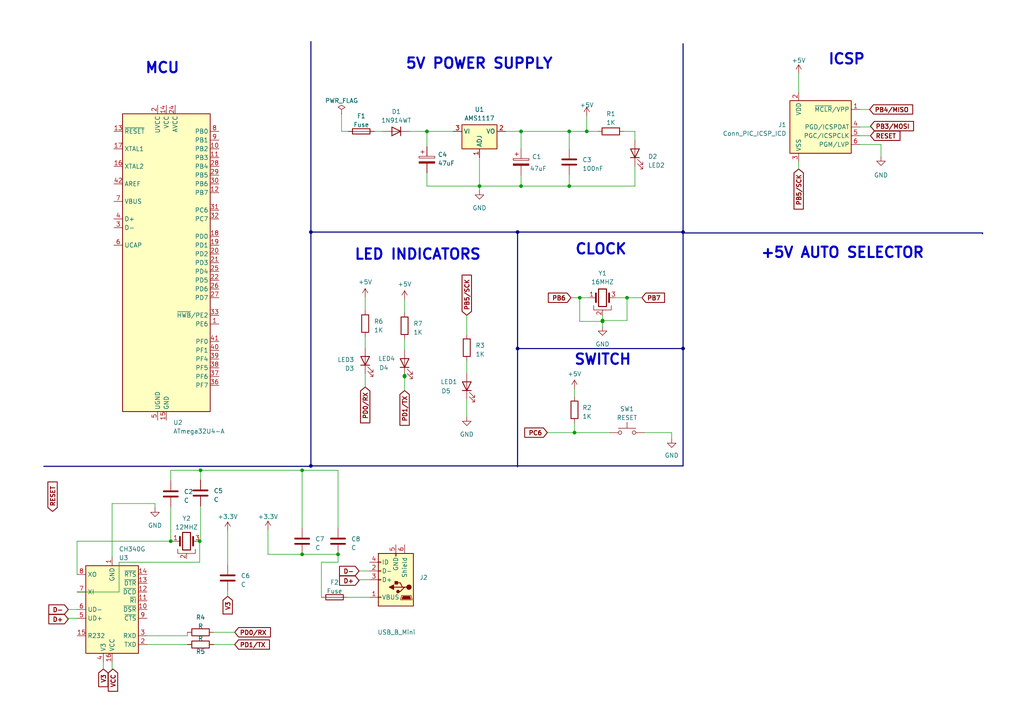
<source format=kicad_sch>
(kicad_sch (version 20230121) (generator eeschema)
  (paper "A4")
  (lib_symbols
    (symbol "Connector:Conn_PIC_ICSP_ICD"
      (property "Reference" "J" (at 6.35 8.89 0))
      (property "Value" "Conn_PIC_ICSP_ICD" (at -8.89 -1.27 90))
      (symbol "Conn_PIC_ICSP_ICD_0_1"
        (rectangle (start -7.62 7.62) (end 10.16 -7.62) (stroke (width 0.254)) (fill (type background)))
      )
      (symbol "Conn_PIC_ICSP_ICD_1_1"
        (pin passive line (at 12.7 5.08 180) (length 2.54) (name "~{MCLR}/VPP") (number "1"))
        (pin passive line (at -5.08 10.16 270) (length 2.54) (name "VDD") (number "2"))
        (pin power_in line (at -5.08 -10.16 90) (length 2.54) (name "VSS") (number "3"))
        (pin bidirectional line (at 12.7 0 180) (length 2.54) (name "PGD/ICSPDAT") (number "4"))
        (pin output line (at 12.7 -2.54 180) (length 2.54) (name "PGC/ICSPCLK") (number "5"))
        (pin output line (at 12.7 -5.08 180) (length 2.54) (name "PGM/LVP") (number "6"))
      )
    )
    (symbol "Connector:USB_B_Mini" (pin_names (offset 1.016))
      (property "Reference" "J" (at -5.08 11.43 0))
      (property "Value" "USB_B_Mini" (at -5.08 8.89 0))
      (symbol "USB_B_Mini_0_1"
        (rectangle (start -5.08 -7.62) (end 5.08 7.62) (stroke (width 0.254)) (fill (type background)))
        (circle (center -3.81 2.159) (radius 0.635) (stroke (width 0.254)) (fill (type outline)))
        (circle (center -0.635 3.429) (radius 0.381) (stroke (width 0.254)) (fill (type outline)))
        (rectangle (start -0.127 -7.62) (end 0.127 -6.858))
        (polyline (pts (xy -1.905 2.159) (xy 0.635 2.159)) (stroke (width 0.254)))
        (polyline (pts (xy -3.175 2.159) (xy -2.54 2.159) (xy -1.27 3.429) (xy -0.635 3.429)) (stroke (width 0.254)))
        (polyline (pts (xy -2.54 2.159) (xy -1.905 2.159) (xy -1.27 0.889) (xy 0 0.889)) (stroke (width 0.254)))
        (polyline (pts (xy 0.635 2.794) (xy 0.635 1.524) (xy 1.905 2.159) (xy 0.635 2.794)) (stroke (width 0.254)) (fill (type outline)))
        (polyline (pts (xy -4.318 5.588) (xy -1.778 5.588) (xy -2.032 4.826) (xy -4.064 4.826) (xy -4.318 5.588)) (fill (type outline)))
        (polyline (pts (xy -4.699 5.842) (xy -4.699 5.588) (xy -4.445 4.826) (xy -4.445 4.572) (xy -1.651 4.572) (xy -1.651 4.826) (xy -1.397 5.588) (xy -1.397 5.842) (xy -4.699 5.842)))
        (rectangle (start 0.254 1.27) (end -0.508 0.508) (stroke (width 0.254)) (fill (type outline)))
        (rectangle (start 5.08 -5.207) (end 4.318 -4.953))
        (rectangle (start 5.08 -2.667) (end 4.318 -2.413))
        (rectangle (start 5.08 -0.127) (end 4.318 0.127))
        (rectangle (start 5.08 4.953) (end 4.318 5.207))
      )
      (symbol "USB_B_Mini_1_1"
        (pin power_out line (at 7.62 5.08 180) (length 2.54) (name "VBUS") (number "1"))
        (pin bidirectional line (at 7.62 -2.54 180) (length 2.54) (name "D-") (number "2"))
        (pin bidirectional line (at 7.62 0 180) (length 2.54) (name "D+") (number "3"))
        (pin passive line (at 7.62 -5.08 180) (length 2.54) (name "ID") (number "4"))
        (pin power_out line (at 0 -10.16 90) (length 2.54) (name "GND") (number "5"))
        (pin passive line (at -2.54 -10.16 90) (length 2.54) (name "Shield") (number "6"))
      )
    )
    (symbol "Device:C" (pin_numbers hide) (pin_names (offset 0.254))
      (property "Reference" "C" (at 0.635 2.54 0))
      (property "Value" "C" (at 0.635 -2.54 0))
      (symbol "C_0_1"
        (polyline (pts (xy -2.032 -0.762) (xy 2.032 -0.762)) (stroke (width 0.508)))
        (polyline (pts (xy -2.032 0.762) (xy 2.032 0.762)) (stroke (width 0.508)))
      )
      (symbol "C_1_1"
        (pin passive line (at 0 3.81 270) (length 2.794) (name "~") (number "1"))
        (pin passive line (at 0 -3.81 90) (length 2.794) (name "~") (number "2"))
      )
    )
    (symbol "Device:C_Polarized" (pin_numbers hide) (pin_names (offset 0.254))
      (property "Reference" "C" (at 0.635 2.54 0))
      (property "Value" "C_Polarized" (at 0.635 -2.54 0))
      (symbol "C_Polarized_0_1"
        (rectangle (start -2.286 0.508) (end 2.286 1.016))
        (polyline (pts (xy -1.778 2.286) (xy -0.762 2.286)))
        (polyline (pts (xy -1.27 2.794) (xy -1.27 1.778)))
        (rectangle (start 2.286 -0.508) (end -2.286 -1.016) (fill (type outline)))
      )
      (symbol "C_Polarized_1_1"
        (pin passive line (at 0 3.81 270) (length 2.794) (name "~") (number "1"))
        (pin passive line (at 0 -3.81 90) (length 2.794) (name "~") (number "2"))
      )
    )
    (symbol "Device:Crystal_GND2" (pin_names (offset 1.016) hide)
      (property "Reference" "Y" (at 0 5.715 0))
      (property "Value" "Crystal_GND2" (at 0 3.81 0))
      (symbol "Crystal_GND2_0_1"
        (rectangle (start -1.143 2.54) (end 1.143 -2.54) (stroke (width 0.3048)))
        (polyline (pts (xy -2.54 0) (xy -1.905 0)))
        (polyline (pts (xy -1.905 -1.27) (xy -1.905 1.27)) (stroke (width 0.508)))
        (polyline (pts (xy 0 -3.81) (xy 0 -3.556)))
        (polyline (pts (xy 1.905 0) (xy 2.54 0)))
        (polyline (pts (xy 1.905 1.27) (xy 1.905 -1.27)) (stroke (width 0.508)))
        (polyline (pts (xy -2.54 -2.286) (xy -2.54 -3.556) (xy 2.54 -3.556) (xy 2.54 -2.286)))
      )
      (symbol "Crystal_GND2_1_1"
        (pin passive line (at -3.81 0 0) (length 1.27) (name "1") (number "1"))
        (pin passive line (at 0 -5.08 90) (length 1.27) (name "2") (number "2"))
        (pin passive line (at 3.81 0 180) (length 1.27) (name "3") (number "3"))
      )
    )
    (symbol "Device:Fuse" (pin_numbers hide) (pin_names (offset 0))
      (property "Reference" "F" (at 2.032 0 90))
      (property "Value" "Fuse" (at -1.905 0 90))
      (symbol "Fuse_0_1"
        (rectangle (start -0.762 -2.54) (end 0.762 2.54) (stroke (width 0.254)))
        (polyline (pts (xy 0 2.54) (xy 0 -2.54)))
      )
      (symbol "Fuse_1_1"
        (pin passive line (at 0 3.81 270) (length 1.27) (name "~") (number "1"))
        (pin passive line (at 0 -3.81 90) (length 1.27) (name "~") (number "2"))
      )
    )
    (symbol "Device:LED" (pin_numbers hide) (pin_names (offset 1.016) hide)
      (property "Reference" "D" (at 0 2.54 0))
      (property "Value" "LED" (at 0 -2.54 0))
      (symbol "LED_0_1"
        (polyline (pts (xy -1.27 -1.27) (xy -1.27 1.27)) (stroke (width 0.254)))
        (polyline (pts (xy -1.27 0) (xy 1.27 0)))
        (polyline (pts (xy 1.27 -1.27) (xy 1.27 1.27) (xy -1.27 0) (xy 1.27 -1.27)) (stroke (width 0.254)))
        (polyline (pts (xy -3.048 -0.762) (xy -4.572 -2.286) (xy -3.81 -2.286) (xy -4.572 -2.286) (xy -4.572 -1.524)))
        (polyline (pts (xy -1.778 -0.762) (xy -3.302 -2.286) (xy -2.54 -2.286) (xy -3.302 -2.286) (xy -3.302 -1.524)))
      )
      (symbol "LED_1_1"
        (pin passive line (at -3.81 0 0) (length 2.54) (name "K") (number "1"))
        (pin passive line (at 3.81 0 180) (length 2.54) (name "A") (number "2"))
      )
    )
    (symbol "Device:R" (pin_numbers hide) (pin_names (offset 0))
      (property "Reference" "R" (at 2.032 0 90))
      (property "Value" "R" (at 0 0 90))
      (symbol "R_0_1"
        (rectangle (start -1.016 -2.54) (end 1.016 2.54) (stroke (width 0.254)))
      )
      (symbol "R_1_1"
        (pin passive line (at 0 3.81 270) (length 1.27) (name "~") (number "1"))
        (pin passive line (at 0 -3.81 90) (length 1.27) (name "~") (number "2"))
      )
    )
    (symbol "Diode:1N914WT" (pin_numbers hide) (pin_names hide)
      (property "Reference" "D" (at 0 2.54 0))
      (property "Value" "1N914WT" (at 0 -2.54 0))
      (symbol "1N914WT_0_1"
        (polyline (pts (xy -1.27 1.27) (xy -1.27 -1.27)) (stroke (width 0.254)))
        (polyline (pts (xy 1.27 0) (xy -1.27 0)))
        (polyline (pts (xy 1.27 1.27) (xy 1.27 -1.27) (xy -1.27 0) (xy 1.27 1.27)) (stroke (width 0.254)))
      )
      (symbol "1N914WT_1_1"
        (pin passive line (at -3.81 0 0) (length 2.54) (name "K") (number "1"))
        (pin passive line (at 3.81 0 180) (length 2.54) (name "A") (number "2"))
      )
    )
    (symbol "Interface_USB:CH340G"
      (property "Reference" "U" (at -5.08 13.97 0))
      (property "Value" "CH340G" (at 1.27 13.97 0))
      (symbol "CH340G_0_1"
        (rectangle (start -7.62 12.7) (end 7.62 -12.7) (stroke (width 0.254)) (fill (type background)))
      )
      (symbol "CH340G_1_1"
        (pin power_in line (at 0 -15.24 90) (length 2.54) (name "GND") (number "1"))
        (pin input line (at 10.16 0 180) (length 2.54) (name "~{DSR}") (number "10"))
        (pin input line (at 10.16 -2.54 180) (length 2.54) (name "~{RI}") (number "11"))
        (pin input line (at 10.16 -5.08 180) (length 2.54) (name "~{DCD}") (number "12"))
        (pin output line (at 10.16 -7.62 180) (length 2.54) (name "~{DTR}") (number "13"))
        (pin output line (at 10.16 -10.16 180) (length 2.54) (name "~{RTS}") (number "14"))
        (pin input line (at -10.16 7.62 0) (length 2.54) (name "R232") (number "15"))
        (pin power_in line (at 0 15.24 270) (length 2.54) (name "VCC") (number "16"))
        (pin output line (at 10.16 10.16 180) (length 2.54) (name "TXD") (number "2"))
        (pin input line (at 10.16 7.62 180) (length 2.54) (name "RXD") (number "3"))
        (pin passive line (at -2.54 15.24 270) (length 2.54) (name "V3") (number "4"))
        (pin bidirectional line (at -10.16 2.54 0) (length 2.54) (name "UD+") (number "5"))
        (pin bidirectional line (at -10.16 0 0) (length 2.54) (name "UD-") (number "6"))
        (pin input line (at -10.16 -5.08 0) (length 2.54) (name "XI") (number "7"))
        (pin output line (at -10.16 -10.16 0) (length 2.54) (name "XO") (number "8"))
        (pin input line (at 10.16 2.54 180) (length 2.54) (name "~{CTS}") (number "9"))
      )
    )
    (symbol "MCU_Microchip_ATmega:ATmega32U4-A"
      (property "Reference" "U" (at -12.7 44.45 0))
      (property "Value" "ATmega32U4-A" (at 2.54 -44.45 0))
      (symbol "ATmega32U4-A_0_1"
        (rectangle (start -12.7 -43.18) (end 12.7 43.18) (stroke (width 0.254)) (fill (type background)))
      )
      (symbol "ATmega32U4-A_1_1"
        (pin bidirectional line (at 15.24 -17.78 180) (length 2.54) (name "PE6") (number "1"))
        (pin bidirectional line (at 15.24 33.02 180) (length 2.54) (name "PB2") (number "10"))
        (pin bidirectional line (at 15.24 30.48 180) (length 2.54) (name "PB3") (number "11"))
        (pin bidirectional line (at 15.24 20.32 180) (length 2.54) (name "PB7") (number "12"))
        (pin input line (at -15.24 38.1 0) (length 2.54) (name "~{RESET}") (number "13"))
        (pin power_in line (at 0 45.72 270) (length 2.54) (name "VCC") (number "14"))
        (pin power_in line (at 0 -45.72 90) (length 2.54) (name "GND") (number "15"))
        (pin output line (at -15.24 27.94 0) (length 2.54) (name "XTAL2") (number "16"))
        (pin input line (at -15.24 33.02 0) (length 2.54) (name "XTAL1") (number "17"))
        (pin bidirectional line (at 15.24 7.62 180) (length 2.54) (name "PD0") (number "18"))
        (pin bidirectional line (at 15.24 5.08 180) (length 2.54) (name "PD1") (number "19"))
        (pin power_in line (at -2.54 45.72 270) (length 2.54) (name "UVCC") (number "2"))
        (pin bidirectional line (at 15.24 2.54 180) (length 2.54) (name "PD2") (number "20"))
        (pin bidirectional line (at 15.24 0 180) (length 2.54) (name "PD3") (number "21"))
        (pin bidirectional line (at 15.24 -5.08 180) (length 2.54) (name "PD5") (number "22"))
        (pin passive line (at 0 -45.72 90) (length 2.54) hide (name "GND") (number "23"))
        (pin power_in line (at 2.54 45.72 270) (length 2.54) (name "AVCC") (number "24"))
        (pin bidirectional line (at 15.24 -2.54 180) (length 2.54) (name "PD4") (number "25"))
        (pin bidirectional line (at 15.24 -7.62 180) (length 2.54) (name "PD6") (number "26"))
        (pin bidirectional line (at 15.24 -10.16 180) (length 2.54) (name "PD7") (number "27"))
        (pin bidirectional line (at 15.24 27.94 180) (length 2.54) (name "PB4") (number "28"))
        (pin bidirectional line (at 15.24 25.4 180) (length 2.54) (name "PB5") (number "29"))
        (pin bidirectional line (at -15.24 10.16 0) (length 2.54) (name "D-") (number "3"))
        (pin bidirectional line (at 15.24 22.86 180) (length 2.54) (name "PB6") (number "30"))
        (pin bidirectional line (at 15.24 15.24 180) (length 2.54) (name "PC6") (number "31"))
        (pin bidirectional line (at 15.24 12.7 180) (length 2.54) (name "PC7") (number "32"))
        (pin bidirectional line (at 15.24 -15.24 180) (length 2.54) (name "~{HWB}/PE2") (number "33"))
        (pin passive line (at 0 45.72 270) (length 2.54) hide (name "VCC") (number "34"))
        (pin passive line (at 0 -45.72 90) (length 2.54) hide (name "GND") (number "35"))
        (pin bidirectional line (at 15.24 -35.56 180) (length 2.54) (name "PF7") (number "36"))
        (pin bidirectional line (at 15.24 -33.02 180) (length 2.54) (name "PF6") (number "37"))
        (pin bidirectional line (at 15.24 -30.48 180) (length 2.54) (name "PF5") (number "38"))
        (pin bidirectional line (at 15.24 -27.94 180) (length 2.54) (name "PF4") (number "39"))
        (pin bidirectional line (at -15.24 12.7 0) (length 2.54) (name "D+") (number "4"))
        (pin bidirectional line (at 15.24 -25.4 180) (length 2.54) (name "PF1") (number "40"))
        (pin bidirectional line (at 15.24 -22.86 180) (length 2.54) (name "PF0") (number "41"))
        (pin passive line (at -15.24 22.86 0) (length 2.54) (name "AREF") (number "42"))
        (pin passive line (at 0 -45.72 90) (length 2.54) hide (name "GND") (number "43"))
        (pin passive line (at 2.54 45.72 270) (length 2.54) hide (name "AVCC") (number "44"))
        (pin passive line (at -2.54 -45.72 90) (length 2.54) (name "UGND") (number "5"))
        (pin passive line (at -15.24 5.08 0) (length 2.54) (name "UCAP") (number "6"))
        (pin input line (at -15.24 17.78 0) (length 2.54) (name "VBUS") (number "7"))
        (pin bidirectional line (at 15.24 38.1 180) (length 2.54) (name "PB0") (number "8"))
        (pin bidirectional line (at 15.24 35.56 180) (length 2.54) (name "PB1") (number "9"))
      )
    )
    (symbol "Regulator_Linear:AMS1117"
      (property "Reference" "U" (at -3.81 3.175 0))
      (property "Value" "AMS1117" (at 0 3.175 0))
      (symbol "AMS1117_0_1"
        (rectangle (start -5.08 -5.08) (end 5.08 1.905) (stroke (width 0.254)) (fill (type background)))
      )
      (symbol "AMS1117_1_1"
        (pin input line (at 0 -7.62 90) (length 2.54) (name "ADJ") (number "1"))
        (pin power_out line (at 7.62 0 180) (length 2.54) (name "VO") (number "2"))
        (pin power_in line (at -7.62 0 0) (length 2.54) (name "VI") (number "3"))
      )
    )
    (symbol "Switch:SW_Push" (pin_numbers hide) (pin_names (offset 1.016) hide)
      (property "Reference" "SW" (at 1.27 2.54 0))
      (property "Value" "SW_Push" (at 0 -1.524 0))
      (symbol "SW_Push_0_1"
        (circle (center -2.032 0) (radius 0.508))
        (polyline (pts (xy 0 1.27) (xy 0 3.048)))
        (polyline (pts (xy 2.54 1.27) (xy -2.54 1.27)))
        (circle (center 2.032 0) (radius 0.508))
        (pin passive line (at -5.08 0 0) (length 2.54) (name "1") (number "1"))
        (pin passive line (at 5.08 0 180) (length 2.54) (name "2") (number "2"))
      )
    )
    (symbol "power:+3.3V" (power) (pin_names (offset 0))
      (property "Value" "+3.3V" (at 0 3.556 0))
      (symbol "+3.3V_0_1"
        (polyline (pts (xy -0.762 1.27) (xy 0 2.54)))
        (polyline (pts (xy 0 0) (xy 0 2.54)))
        (polyline (pts (xy 0 2.54) (xy 0.762 1.27)))
      )
      (symbol "+3.3V_1_1"
        (pin power_in line (at 0 0 90) (length 0) hide (name "+3.3V") (number "1"))
      )
    )
    (symbol "power:+5V" (power) (pin_names (offset 0))
      (property "Value" "+5V" (at 0 3.556 0))
      (symbol "+5V_0_1"
        (polyline (pts (xy -0.762 1.27) (xy 0 2.54)))
        (polyline (pts (xy 0 0) (xy 0 2.54)))
        (polyline (pts (xy 0 2.54) (xy 0.762 1.27)))
      )
      (symbol "+5V_1_1"
        (pin power_in line (at 0 0 90) (length 0) hide (name "+5V") (number "1"))
      )
    )
    (symbol "power:GND" (power) (pin_names (offset 0))
      (property "Value" "GND" (at 0 -3.81 0))
      (symbol "GND_0_1"
        (polyline (pts (xy 0 0) (xy 0 -1.27) (xy 1.27 -1.27) (xy 0 -2.54) (xy -1.27 -1.27) (xy 0 -1.27)))
      )
      (symbol "GND_1_1"
        (pin power_in line (at 0 0 270) (length 0) hide (name "GND") (number "1"))
      )
    )
    (symbol "power:PWR_FLAG" (power) (pin_numbers hide) (pin_names (offset 0) hide)
      (property "Value" "PWR_FLAG" (at 0 3.81 0))
      (symbol "PWR_FLAG_0_0"
        (pin power_out line (at 0 0 90) (length 0) (name "pwr") (number "1"))
      )
      (symbol "PWR_FLAG_0_1"
        (polyline (pts (xy 0 0) (xy 0 1.27) (xy -1.016 1.905) (xy 0 2.54) (xy 1.016 1.905) (xy 0 1.27)))
      )
    )
  )
  (junction (at 198.12 67.31))
  (junction (at 150.114 101.092))
  (junction (at 90.17 67.31))
  (junction (at 123.825 38.1))
  (junction (at 181.864 86.36))
  (junction (at 165.1 53.975))
  (junction (at 139.065 53.975))
  (junction (at 168.148 86.36))
  (junction (at 90.17 135.128))
  (junction (at 49.53 156.972))
  (junction (at 57.912 156.972))
  (junction (at 174.752 93.218))
  (junction (at 170.18 38.1))
  (junction (at 165.1 38.1))
  (junction (at 87.63 136.398))
  (junction (at 87.63 160.782))
  (junction (at 117.348 109.22))
  (junction (at 150.114 67.31))
  (junction (at 174.752 92.964))
  (junction (at 198.12 101.092))
  (junction (at 117.348 109.093))
  (junction (at 117.348 108.966))
  (junction (at 58.166 136.398))
  (junction (at 98.044 160.782))
  (junction (at 151.13 38.1))
  (junction (at 151.13 53.975))
  (junction (at 166.624 125.476))
  (wire (pts (xy 135.382 115.824) (xy 135.382 120.904)))
  (bus (pts (xy 198.12 67.31) (xy 150.114 67.31)))
  (bus (pts (xy 150.114 101.092) (xy 198.12 101.092)))
  (wire (pts (xy 58.166 136.398) (xy 58.166 139.192)))
  (wire (pts (xy 66.04 153.924) (xy 66.04 163.83)))
  (wire (pts (xy 170.18 38.1) (xy 173.355 38.1)))
  (wire (pts (xy 249.428 36.83) (xy 252.476 36.83)))
  (wire (pts (xy 57.912 163.068) (xy 57.912 156.972)))
  (bus (pts (xy 198.12 67.31) (xy 198.12 101.092)))
  (bus (pts (xy 12.7 135.255) (xy 90.17 135.255)))
  (wire (pts (xy 77.724 160.782) (xy 87.63 160.782)))
  (wire (pts (xy 117.348 90.678) (xy 117.348 86.868)))
  (wire (pts (xy 118.745 38.1) (xy 123.825 38.1)))
  (wire (pts (xy 139.065 53.975) (xy 151.13 53.975)))
  (wire (pts (xy 32.512 161.544) (xy 32.512 146.05)))
  (wire (pts (xy 34.544 171.704) (xy 34.544 163.068)))
  (wire (pts (xy 184.15 38.1) (xy 184.15 40.64)))
  (wire (pts (xy 117.348 109.22) (xy 117.348 113.284)))
  (wire (pts (xy 186.944 125.476) (xy 194.818 125.476)))
  (wire (pts (xy 117.348 109.093) (xy 117.348 109.22)))
  (wire (pts (xy 170.18 33.655) (xy 170.18 38.1)))
  (wire (pts (xy 249.428 39.37) (xy 252.476 39.37)))
  (wire (pts (xy 98.044 136.398) (xy 98.044 153.162)))
  (wire (pts (xy 123.825 53.975) (xy 139.065 53.975)))
  (wire (pts (xy 44.958 146.05) (xy 44.958 147.32)))
  (wire (pts (xy 49.53 156.972) (xy 50.292 156.972)))
  (wire (pts (xy 165.1 38.1) (xy 170.18 38.1)))
  (wire (pts (xy 123.825 38.1) (xy 131.445 38.1)))
  (wire (pts (xy 99.06 33.02) (xy 99.06 38.1)))
  (wire (pts (xy 57.912 156.718) (xy 57.912 156.972)))
  (wire (pts (xy 42.672 184.404) (xy 54.356 184.404)))
  (bus (pts (xy 150.114 101.092) (xy 150.114 135.382)))
  (wire (pts (xy 49.53 136.398) (xy 49.53 139.446)))
  (wire (pts (xy 174.752 93.218) (xy 174.752 94.742)))
  (wire (pts (xy 166.624 112.776) (xy 166.624 115.062)))
  (wire (pts (xy 252.476 36.83) (xy 252.476 36.576)))
  (wire (pts (xy 58.166 146.812) (xy 58.166 156.718)))
  (wire (pts (xy 249.428 31.75) (xy 252.222 31.75)))
  (wire (pts (xy 117.348 108.966) (xy 117.602 108.966)))
  (wire (pts (xy 231.648 46.99) (xy 231.648 49.022)))
  (wire (pts (xy 107.188 173.228) (xy 100.838 173.228)))
  (bus (pts (xy 90.17 135.128) (xy 198.12 135.128)))
  (wire (pts (xy 61.976 183.388) (xy 68.072 183.388)))
  (wire (pts (xy 104.14 165.608) (xy 107.188 165.608)))
  (wire (pts (xy 151.13 50.8) (xy 151.13 53.975)))
  (wire (pts (xy 255.524 41.91) (xy 255.524 45.466)))
  (bus (pts (xy 284.988 67.564) (xy 284.988 67.818)))
  (bus (pts (xy 198.12 101.092) (xy 198.12 135.128)))
  (wire (pts (xy 32.512 146.05) (xy 44.958 146.05)))
  (wire (pts (xy 151.13 38.1) (xy 151.13 43.18)))
  (wire (pts (xy 22.352 156.972) (xy 49.53 156.972)))
  (wire (pts (xy 178.562 86.36) (xy 181.864 86.36)))
  (wire (pts (xy 158.75 125.476) (xy 166.624 125.476)))
  (wire (pts (xy 117.348 109.22) (xy 117.602 109.22)))
  (wire (pts (xy 139.065 45.72) (xy 139.065 53.975)))
  (wire (pts (xy 184.15 53.975) (xy 184.15 48.26)))
  (wire (pts (xy 19.812 179.324) (xy 19.812 179.578)))
  (wire (pts (xy 181.864 86.36) (xy 186.182 86.36)))
  (wire (pts (xy 181.864 86.36) (xy 181.864 92.964)))
  (bus (pts (xy 90.17 135.128) (xy 90.17 135.255)))
  (wire (pts (xy 151.13 53.975) (xy 165.1 53.975)))
  (wire (pts (xy 22.352 171.704) (xy 34.544 171.704)))
  (wire (pts (xy 165.1 53.975) (xy 184.15 53.975)))
  (wire (pts (xy 58.166 156.718) (xy 57.912 156.718)))
  (wire (pts (xy 58.166 136.398) (xy 87.63 136.398)))
  (wire (pts (xy 231.648 21.336) (xy 231.648 26.67)))
  (wire (pts (xy 98.044 163.068) (xy 98.044 160.782)))
  (wire (pts (xy 29.972 192.024) (xy 29.972 194.056)))
  (bus (pts (xy 150.114 67.31) (xy 150.114 101.092)))
  (bus (pts (xy 90.17 67.31) (xy 90.17 135.128)))
  (wire (pts (xy 105.918 100.838) (xy 105.918 97.663)))
  (wire (pts (xy 168.148 86.36) (xy 168.148 93.218)))
  (wire (pts (xy 117.602 108.966) (xy 117.602 109.22)))
  (wire (pts (xy 49.53 136.398) (xy 58.166 136.398)))
  (wire (pts (xy 165.608 86.36) (xy 168.148 86.36)))
  (bus (pts (xy 90.17 12.065) (xy 90.17 67.31)))
  (wire (pts (xy 22.352 166.624) (xy 22.352 156.972)))
  (wire (pts (xy 123.825 50.165) (xy 123.825 53.975)))
  (wire (pts (xy 87.63 136.398) (xy 87.63 153.162)))
  (wire (pts (xy 117.348 101.473) (xy 117.348 98.298)))
  (wire (pts (xy 66.04 171.45) (xy 66.04 172.974)))
  (wire (pts (xy 105.918 90.043) (xy 105.918 86.233)))
  (wire (pts (xy 174.752 92.964) (xy 174.752 93.218)))
  (wire (pts (xy 32.512 194.056) (xy 32.766 194.056)))
  (wire (pts (xy 117.348 109.22) (xy 117.094 109.22)))
  (wire (pts (xy 61.976 186.944) (xy 68.072 186.944)))
  (wire (pts (xy 54.356 184.404) (xy 54.356 183.388)))
  (wire (pts (xy 104.14 168.148) (xy 104.14 168.402)))
  (wire (pts (xy 108.585 38.1) (xy 111.125 38.1)))
  (wire (pts (xy 168.148 86.36) (xy 170.942 86.36)))
  (wire (pts (xy 146.685 38.1) (xy 151.13 38.1)))
  (wire (pts (xy 34.544 163.068) (xy 57.912 163.068)))
  (wire (pts (xy 123.825 38.1) (xy 123.825 42.545)))
  (wire (pts (xy 105.918 108.458) (xy 105.918 112.268)))
  (wire (pts (xy 87.63 136.398) (xy 98.044 136.398)))
  (wire (pts (xy 180.975 38.1) (xy 184.15 38.1)))
  (bus (pts (xy 198.374 67.564) (xy 284.988 67.564)))
  (wire (pts (xy 22.352 179.324) (xy 19.812 179.324)))
  (bus (pts (xy 150.114 67.31) (xy 90.17 67.31)))
  (wire (pts (xy 19.812 176.784) (xy 22.352 176.784)))
  (wire (pts (xy 117.348 108.966) (xy 117.348 109.093)))
  (wire (pts (xy 135.382 104.648) (xy 135.382 108.204)))
  (wire (pts (xy 117.094 109.22) (xy 117.094 108.966)))
  (wire (pts (xy 42.672 186.944) (xy 54.356 186.944)))
  (wire (pts (xy 165.1 38.1) (xy 165.1 43.18)))
  (wire (pts (xy 174.752 91.44) (xy 174.752 92.964)))
  (wire (pts (xy 32.512 192.024) (xy 32.512 194.056)))
  (wire (pts (xy 166.624 122.682) (xy 166.624 125.476)))
  (wire (pts (xy 87.63 160.782) (xy 98.044 160.782)))
  (wire (pts (xy 99.06 38.1) (xy 100.965 38.1)))
  (wire (pts (xy 49.53 147.066) (xy 49.53 156.972)))
  (wire (pts (xy 117.094 108.966) (xy 117.348 108.966)))
  (wire (pts (xy 194.818 125.476) (xy 194.818 127.254)))
  (wire (pts (xy 249.428 41.91) (xy 255.524 41.91)))
  (wire (pts (xy 181.864 92.964) (xy 174.752 92.964)))
  (wire (pts (xy 165.1 50.8) (xy 165.1 53.975)))
  (wire (pts (xy 93.218 173.228) (xy 93.218 163.068)))
  (wire (pts (xy 151.13 38.1) (xy 165.1 38.1)))
  (wire (pts (xy 166.624 125.476) (xy 176.784 125.476)))
  (wire (pts (xy 77.724 153.67) (xy 77.724 160.782)))
  (wire (pts (xy 139.065 53.975) (xy 139.065 55.245)))
  (wire (pts (xy 107.188 168.148) (xy 104.14 168.148)))
  (wire (pts (xy 168.148 93.218) (xy 174.752 93.218)))
  (bus (pts (xy 198.12 12.7) (xy 198.12 67.31)))
  (wire (pts (xy 135.382 91.44) (xy 135.382 97.028)))
  (wire (pts (xy 93.218 163.068) (xy 98.044 163.068)))
  (text "SWITCH" (at 166.37 106.172 0) (effects (font (size 3 3) (thickness 0.6) bold) (justify left bottom)))
  (text "MCU" (at 41.91 21.59 0) (effects (font (size 3 3) (thickness 0.6) bold) (justify left bottom)))
  (text "CLOCK" (at 166.624 74.168 0) (effects (font (size 3 3) (thickness 0.6) bold) (justify left bottom)))
  (text "5V POWER SUPPLY" (at 117.475 20.32 0) (effects (font (size 3 3) (thickness 0.6) bold) (justify left bottom)))
  (text "+5V AUTO SELECTOR" (at 220.472 75.184 0) (effects (font (size 3 3) (thickness 0.6) bold) (justify left bottom)))
  (text "LED INDICATORS" (at 102.616 75.692 0) (effects (font (size 3 3) (thickness 0.6) bold) (justify left bottom)))
  (text "ICSP" (at 240.03 19.05 0) (effects (font (size 3 3) (thickness 0.6) bold) (justify left bottom)))
  (global_label "D-" (shape input) (at 19.812 176.784 180) (effects (font bold)) (property "Intersheetrefs" "${INTERSHEET_REFS}" (effects hide)))
  (global_label "VCC" (shape input) (at 32.766 194.056 270) (effects (font bold)) (property "Intersheetrefs" "${INTERSHEET_REFS}" (effects hide)))
  (global_label "RESET" (shape input) (at 252.476 39.37 0) (effects (font bold)) (property "Intersheetrefs" "${INTERSHEET_REFS}" (effects hide)))
  (global_label "PB5{slash}SCK" (shape input) (at 135.382 91.44 90) (effects (font bold)) (property "Intersheetrefs" "${INTERSHEET_REFS}" (effects hide)))
  (global_label "PD0{slash}RX" (shape input) (at 68.072 183.388 0) (effects (font bold)) (property "Intersheetrefs" "${INTERSHEET_REFS}" (effects hide)))
  (global_label "PB5{slash}SCK" (shape input) (at 231.648 49.022 270) (effects (font bold)) (property "Intersheetrefs" "${INTERSHEET_REFS}" (effects hide)))
  (global_label "PD1{slash}TX" (shape input) (at 68.072 186.944 0) (effects (font bold)) (property "Intersheetrefs" "${INTERSHEET_REFS}" (effects hide)))
  (global_label "D+" (shape input) (at 104.14 168.402 180) (effects (font bold)) (property "Intersheetrefs" "${INTERSHEET_REFS}" (effects hide)))
  (global_label "RESET" (shape input) (at 15.24 148.336 90) (effects (font bold)) (property "Intersheetrefs" "${INTERSHEET_REFS}" (effects hide)))
  (global_label "D-" (shape input) (at 104.14 165.608 180) (effects (font bold)) (property "Intersheetrefs" "${INTERSHEET_REFS}" (effects hide)))
  (global_label "PD0{slash}RX" (shape input) (at 105.918 112.268 270) (effects (font bold)) (property "Intersheetrefs" "${INTERSHEET_REFS}" (effects hide)))
  (global_label "PB6" (shape input) (at 165.608 86.36 180) (effects (font bold)) (property "Intersheetrefs" "${INTERSHEET_REFS}" (effects hide)))
  (global_label "PB7" (shape input) (at 186.182 86.36 0) (effects (font bold)) (property "Intersheetrefs" "${INTERSHEET_REFS}" (effects hide)))
  (global_label "V3" (shape input) (at 29.972 194.056 270) (effects (font bold)) (property "Intersheetrefs" "${INTERSHEET_REFS}" (effects hide)))
  (global_label "V3" (shape input) (at 66.04 172.974 270) (effects (font bold)) (property "Intersheetrefs" "${INTERSHEET_REFS}" (effects hide)))
  (global_label "PB3{slash}MOSI" (shape input) (at 252.476 36.576 0) (effects (font bold)) (property "Intersheetrefs" "${INTERSHEET_REFS}" (effects hide)))
  (global_label "D+" (shape input) (at 19.812 179.578 180) (effects (font bold)) (property "Intersheetrefs" "${INTERSHEET_REFS}" (effects hide)))
  (global_label "PB4{slash}MISO" (shape input) (at 252.222 31.75 0) (effects (font bold)) (property "Intersheetrefs" "${INTERSHEET_REFS}" (effects hide)))
  (global_label "PD1{slash}TX" (shape input) (at 117.348 113.284 270) (effects (font bold)) (property "Intersheetrefs" "${INTERSHEET_REFS}" (effects hide)))
  (global_label "PC6" (shape input) (at 158.75 125.476 180) (effects (font bold)) (property "Intersheetrefs" "${INTERSHEET_REFS}" (effects hide)))
  (symbol (lib_id "Device:LED") (at 117.348 105.283 90) (unit 1)
    (property "Reference" "D4" (at 109.982 106.68 90) (effects (justify right)))
    (property "Value" "LED4" (at 109.728 104.013 90) (effects (justify right)))
  )
  (symbol (lib_id "power:PWR_FLAG") (at 99.06 33.02 0) (unit 1)
    (property "Reference" "#FLG01" (effects hide))
    (property "Value" "PWR_FLAG" (at 99.06 29.21 0))
  )
  (symbol (lib_id "Device:R") (at 58.166 183.388 90) (unit 1)
    (property "Reference" "R4" (at 58.166 179.07 90))
    (property "Value" "R" (at 58.166 181.61 90))
  )
  (symbol (lib_id "power:+5V") (at 231.648 21.336 0) (unit 1)
    (property "Reference" "#PWR09" (effects hide))
    (property "Value" "+5V" (at 231.648 17.526 0))
  )
  (symbol (lib_id "power:GND") (at 255.524 45.466 0) (unit 1)
    (property "Reference" "#PWR010" (effects hide))
    (property "Value" "GND" (at 255.524 50.8 0))
  )
  (symbol (lib_id "Switch:SW_Push") (at 181.864 125.476 0) (unit 1)
    (property "Reference" "SW1" (at 181.864 118.618 0))
    (property "Value" "RESET" (at 181.864 121.158 0))
  )
  (symbol (lib_id "Device:R") (at 177.165 38.1 90) (unit 1)
    (property "Reference" "R1" (at 177.165 33.02 90))
    (property "Value" "1K" (at 177.165 35.56 90))
  )
  (symbol (lib_id "Interface_USB:CH340G") (at 32.512 176.784 0) (mirror x) (unit 1)
    (property "Reference" "U3" (at 34.4679 161.798 0) (effects (justify left)))
    (property "Value" "CH340G" (at 34.4679 159.258 0) (effects (justify left)))
    (property "Footprint" "Package_SO:SOIC-16_3.9x9.9mm_P1.27mm" (effects hide))
    (property "Datasheet" "http://www.datasheet5.com/pdf-local-2195953" (effects hide))
  )
  (symbol (lib_id "Diode:1N914WT") (at 114.935 38.1 180) (unit 1)
    (property "Reference" "D1" (at 114.935 32.385 0))
    (property "Value" "1N914WT" (at 114.935 34.925 0))
    (property "Footprint" "Diode_SMD:D_SOD-523" (effects hide))
    (property "Datasheet" "http://www.mouser.com/ds/2/149/1N4148WT-461550.pdf" (effects hide))
    (property "Sim.Device" "D" (effects hide))
    (property "Sim.Pins" "1=K 2=A" (effects hide))
  )
  (symbol (lib_id "power:GND") (at 139.065 55.245 0) (unit 1)
    (property "Reference" "#PWR02" (effects hide))
    (property "Value" "GND" (at 139.065 60.325 0))
  )
  (symbol (lib_id "power:+5V") (at 117.348 86.868 0) (unit 1)
    (property "Reference" "#PWR04" (effects hide))
    (property "Value" "+5V" (at 117.348 82.423 0))
  )
  (symbol (lib_id "Device:C") (at 58.166 143.002 0) (unit 1)
    (property "Reference" "C5" (at 61.976 142.367 0) (effects (justify left)))
    (property "Value" "C" (at 61.976 144.907 0) (effects (justify left)))
  )
  (symbol (lib_id "Device:C") (at 87.63 156.972 0) (unit 1)
    (property "Reference" "C7" (at 91.44 156.337 0) (effects (justify left)))
    (property "Value" "C" (at 91.44 158.877 0) (effects (justify left)))
  )
  (symbol (lib_id "Device:LED") (at 184.15 44.45 90) (unit 1)
    (property "Reference" "D2" (at 187.96 45.4025 90) (effects (justify right)))
    (property "Value" "LED2" (at 187.96 47.9425 90) (effects (justify right)))
  )
  (symbol (lib_id "power:+5V") (at 170.18 33.655 0) (unit 1)
    (property "Reference" "#PWR01" (effects hide))
    (property "Value" "+5V" (at 170.18 30.48 0))
  )
  (symbol (lib_id "Connector:USB_B_Mini") (at 114.808 168.148 180) (unit 1)
    (property "Reference" "J2" (at 121.666 167.513 0) (effects (justify right)))
    (property "Value" "USB_B_Mini" (at 109.474 183.388 0) (effects (justify right)))
  )
  (symbol (lib_id "Device:R") (at 105.918 93.853 0) (unit 1)
    (property "Reference" "R6" (at 108.458 93.218 0) (effects (justify left)))
    (property "Value" "1K" (at 108.458 95.758 0) (effects (justify left)))
  )
  (symbol (lib_id "Device:R") (at 166.624 118.872 0) (unit 1)
    (property "Reference" "R2" (at 168.91 118.237 0) (effects (justify left)))
    (property "Value" "1K" (at 168.91 120.777 0) (effects (justify left)))
  )
  (symbol (lib_id "Device:LED") (at 105.918 104.648 90) (unit 1)
    (property "Reference" "D3" (at 102.743 106.8705 90) (effects (justify left)))
    (property "Value" "LED3" (at 102.743 104.3305 90) (effects (justify left)))
  )
  (symbol (lib_id "Device:C") (at 98.044 156.972 0) (unit 1)
    (property "Reference" "C8" (at 101.854 156.337 0) (effects (justify left)))
    (property "Value" "C" (at 101.854 158.877 0) (effects (justify left)))
  )
  (symbol (lib_id "Device:Crystal_GND2") (at 174.752 86.36 0) (unit 1)
    (property "Reference" "Y1" (at 174.752 79.248 0))
    (property "Value" "16MHZ" (at 174.752 81.788 0))
  )
  (symbol (lib_id "Device:Fuse") (at 104.775 38.1 270) (unit 1)
    (property "Reference" "F1" (at 104.775 33.655 90))
    (property "Value" "Fuse" (at 104.775 36.195 90))
  )
  (symbol (lib_id "Connector:Conn_PIC_ICSP_ICD") (at 236.728 36.83 0) (unit 1)
    (property "Reference" "J1" (at 228.092 36.195 0) (effects (justify right)))
    (property "Value" "Conn_PIC_ICSP_ICD" (at 228.092 38.735 0) (effects (justify right)))
    (property "Datasheet" "http://ww1.microchip.com/downloads/en/devicedoc/30277d.pdf" (effects hide))
  )
  (symbol (lib_id "power:GND") (at 135.382 120.904 0) (unit 1)
    (property "Reference" "#PWR05" (effects hide))
    (property "Value" "GND" (at 135.382 125.984 0))
  )
  (symbol (lib_id "power:GND") (at 194.818 127.254 0) (unit 1)
    (property "Reference" "#PWR07" (effects hide))
    (property "Value" "GND" (at 194.818 132.08 0))
  )
  (symbol (lib_id "power:GND") (at 174.752 94.742 0) (unit 1)
    (property "Reference" "#PWR06" (effects hide))
    (property "Value" "GND" (at 174.752 99.822 0))
  )
  (symbol (lib_id "MCU_Microchip_ATmega:ATmega32U4-A") (at 48.26 76.2 0) (unit 1)
    (property "Reference" "U2" (at 50.2159 122.555 0) (effects (justify left)))
    (property "Value" "ATmega32U4-A" (at 50.2159 125.095 0) (effects (justify left)))
    (property "Footprint" "Package_QFP:TQFP-44_10x10mm_P0.8mm" (effects hide))
    (property "Datasheet" "http://ww1.microchip.com/downloads/en/DeviceDoc/Atmel-7766-8-bit-AVR-ATmega16U4-32U4_Datasheet.pdf" (effects hide))
  )
  (symbol (lib_id "power:+5V") (at 105.918 86.233 0) (unit 1)
    (property "Reference" "#PWR03" (effects hide))
    (property "Value" "+5V" (at 105.918 81.788 0))
  )
  (symbol (lib_id "Device:C") (at 165.1 46.99 0) (unit 1)
    (property "Reference" "C3" (at 168.91 46.355 0) (effects (justify left)))
    (property "Value" "100nF" (at 168.91 48.895 0) (effects (justify left)))
  )
  (symbol (lib_id "Device:R") (at 135.382 100.838 0) (unit 1)
    (property "Reference" "R3" (at 137.922 100.203 0) (effects (justify left)))
    (property "Value" "1K" (at 137.922 102.743 0) (effects (justify left)))
  )
  (symbol (lib_id "Device:C") (at 49.53 143.256 0) (unit 1)
    (property "Reference" "C2" (at 53.34 142.621 0) (effects (justify left)))
    (property "Value" "C" (at 53.34 145.161 0) (effects (justify left)))
  )
  (symbol (lib_id "power:+3.3V") (at 77.724 153.67 0) (unit 1)
    (property "Reference" "#PWR013" (effects hide))
    (property "Value" "VUSB" (at 77.724 149.86 0))
  )
  (symbol (lib_id "Device:C") (at 66.04 167.64 0) (unit 1)
    (property "Reference" "C6" (at 69.85 167.005 0) (effects (justify left)))
    (property "Value" "C" (at 69.85 169.545 0) (effects (justify left)))
  )
  (symbol (lib_id "power:+3.3V") (at 66.04 153.924 0) (unit 1)
    (property "Reference" "#PWR012" (effects hide))
    (property "Value" "+3.3V" (at 66.04 149.86 0))
  )
  (symbol (lib_id "Device:R") (at 58.166 186.944 90) (unit 1)
    (property "Reference" "R5" (at 58.166 188.976 90))
    (property "Value" "R" (at 58.166 185.166 90))
  )
  (symbol (lib_id "Device:Fuse") (at 97.028 173.228 90) (unit 1)
    (property "Reference" "F2" (at 97.028 168.91 90))
    (property "Value" "Fuse" (at 97.028 171.45 90))
  )
  (symbol (lib_id "Regulator_Linear:AMS1117") (at 139.065 38.1 0) (unit 1)
    (property "Reference" "U1" (at 139.065 31.75 0))
    (property "Value" "AMS1117" (at 139.065 34.29 0))
    (property "Footprint" "Package_TO_SOT_SMD:SOT-223-3_TabPin2" (effects hide))
    (property "Datasheet" "http://www.advanced-monolithic.com/pdf/ds1117.pdf" (effects hide))
  )
  (symbol (lib_id "Device:Crystal_GND2") (at 54.102 156.972 0) (unit 1)
    (property "Reference" "Y2" (at 54.102 150.368 0))
    (property "Value" "12MHZ" (at 54.102 152.908 0))
  )
  (symbol (lib_id "Device:LED") (at 135.382 112.014 90) (unit 1)
    (property "Reference" "D5" (at 128.016 113.411 90) (effects (justify right)))
    (property "Value" "LED1" (at 127.762 110.744 90) (effects (justify right)))
  )
  (symbol (lib_id "Device:R") (at 117.348 94.488 0) (unit 1)
    (property "Reference" "R7" (at 119.888 93.853 0) (effects (justify left)))
    (property "Value" "1K" (at 119.888 96.393 0) (effects (justify left)))
  )
  (symbol (lib_id "power:GND") (at 44.958 147.32 0) (unit 1)
    (property "Reference" "#PWR011" (effects hide))
    (property "Value" "GND" (at 44.958 152.4 0))
  )
  (symbol (lib_id "Device:C_Polarized") (at 151.13 46.99 0) (unit 1)
    (property "Reference" "C1" (at 154.305 45.466 0) (effects (justify left)))
    (property "Value" "47uF" (at 153.67 48.895 0) (effects (justify left)))
  )
  (symbol (lib_id "power:+5V") (at 166.624 112.776 0) (unit 1)
    (property "Reference" "#PWR08" (effects hide))
    (property "Value" "+5V" (at 166.624 108.458 0))
  )
  (symbol (lib_id "Device:C_Polarized") (at 123.825 46.355 0) (unit 1)
    (property "Reference" "C4" (at 127 44.831 0) (effects (justify left)))
    (property "Value" "47uF" (at 127 47.371 0) (effects (justify left)))
  )
)
</source>
